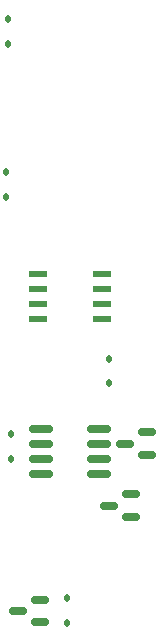
<source format=gbr>
%TF.GenerationSoftware,KiCad,Pcbnew,8.0.0*%
%TF.CreationDate,2024-04-08T18:28:55+02:00*%
%TF.ProjectId,feitw,66656974-772e-46b6-9963-61645f706362,rev?*%
%TF.SameCoordinates,Original*%
%TF.FileFunction,Paste,Bot*%
%TF.FilePolarity,Positive*%
%FSLAX46Y46*%
G04 Gerber Fmt 4.6, Leading zero omitted, Abs format (unit mm)*
G04 Created by KiCad (PCBNEW 8.0.0) date 2024-04-08 18:28:55*
%MOMM*%
%LPD*%
G01*
G04 APERTURE LIST*
G04 Aperture macros list*
%AMRoundRect*
0 Rectangle with rounded corners*
0 $1 Rounding radius*
0 $2 $3 $4 $5 $6 $7 $8 $9 X,Y pos of 4 corners*
0 Add a 4 corners polygon primitive as box body*
4,1,4,$2,$3,$4,$5,$6,$7,$8,$9,$2,$3,0*
0 Add four circle primitives for the rounded corners*
1,1,$1+$1,$2,$3*
1,1,$1+$1,$4,$5*
1,1,$1+$1,$6,$7*
1,1,$1+$1,$8,$9*
0 Add four rect primitives between the rounded corners*
20,1,$1+$1,$2,$3,$4,$5,0*
20,1,$1+$1,$4,$5,$6,$7,0*
20,1,$1+$1,$6,$7,$8,$9,0*
20,1,$1+$1,$8,$9,$2,$3,0*%
G04 Aperture macros list end*
%ADD10RoundRect,0.150000X0.587500X0.150000X-0.587500X0.150000X-0.587500X-0.150000X0.587500X-0.150000X0*%
%ADD11RoundRect,0.112500X-0.112500X0.187500X-0.112500X-0.187500X0.112500X-0.187500X0.112500X0.187500X0*%
%ADD12R,1.550000X0.600000*%
%ADD13RoundRect,0.112500X0.112500X-0.187500X0.112500X0.187500X-0.112500X0.187500X-0.112500X-0.187500X0*%
%ADD14RoundRect,0.150000X0.825000X0.150000X-0.825000X0.150000X-0.825000X-0.150000X0.825000X-0.150000X0*%
G04 APERTURE END LIST*
D10*
%TO.C,Q3*%
X147175000Y-131650000D03*
X147175000Y-133550000D03*
X145300000Y-132600000D03*
%TD*%
D11*
%TO.C,D7*%
X144300000Y-95450000D03*
X144300000Y-97550000D03*
%TD*%
%TO.C,D8*%
X144672500Y-117672500D03*
X144672500Y-119772500D03*
%TD*%
%TO.C,D5*%
X153000000Y-111250000D03*
X153000000Y-113350000D03*
%TD*%
D12*
%TO.C,U2*%
X152368000Y-104075000D03*
X152368000Y-105345000D03*
X152368000Y-106615000D03*
X152368000Y-107885000D03*
X146968000Y-107885000D03*
X146968000Y-106615000D03*
X146968000Y-105345000D03*
X146968000Y-104075000D03*
%TD*%
D13*
%TO.C,D6*%
X144400000Y-84605000D03*
X144400000Y-82505000D03*
%TD*%
D10*
%TO.C,Q1*%
X156237500Y-117500000D03*
X156237500Y-119400000D03*
X154362500Y-118450000D03*
%TD*%
D14*
%TO.C,U1*%
X152143000Y-117182000D03*
X152143000Y-118452000D03*
X152143000Y-119722000D03*
X152143000Y-120992000D03*
X147193000Y-120992000D03*
X147193000Y-119722000D03*
X147193000Y-118452000D03*
X147193000Y-117182000D03*
%TD*%
D10*
%TO.C,Q2*%
X154837500Y-122750000D03*
X154837500Y-124650000D03*
X152962500Y-123700000D03*
%TD*%
D11*
%TO.C,D4*%
X149400000Y-131550000D03*
X149400000Y-133650000D03*
%TD*%
M02*

</source>
